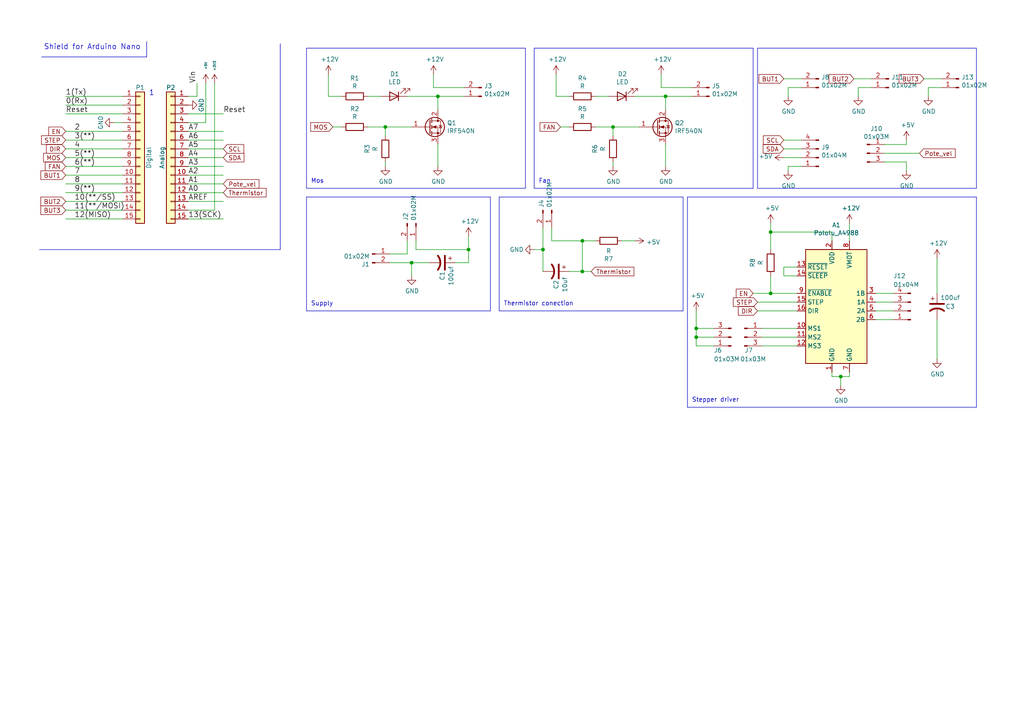
<source format=kicad_sch>
(kicad_sch (version 20230121) (generator eeschema)
  (paper "A4")
  (title_block (date "jeu. 02 avril 2015"))
  (lib_symbols
    (symbol "Connector_Generic:Conn_01x15" (pin_names (offset 1.016) hide)
      (property "Reference" "J" (at 0 20.32 0))
      (property "Value" "Conn_01x15" (at 0 -20.32 0))
      (symbol "Conn_01x15_1_1"
        (rectangle (start -1.27 -17.653) (end 0 -17.907) (stroke (width 0.1524)))
        (rectangle (start -1.27 -15.113) (end 0 -15.367) (stroke (width 0.1524)))
        (rectangle (start -1.27 -12.573) (end 0 -12.827) (stroke (width 0.1524)))
        (rectangle (start -1.27 -10.033) (end 0 -10.287) (stroke (width 0.1524)))
        (rectangle (start -1.27 -7.493) (end 0 -7.747) (stroke (width 0.1524)))
        (rectangle (start -1.27 -4.953) (end 0 -5.207) (stroke (width 0.1524)))
        (rectangle (start -1.27 -2.413) (end 0 -2.667) (stroke (width 0.1524)))
        (rectangle (start -1.27 0.127) (end 0 -0.127) (stroke (width 0.1524)))
        (rectangle (start -1.27 2.667) (end 0 2.413) (stroke (width 0.1524)))
        (rectangle (start -1.27 5.207) (end 0 4.953) (stroke (width 0.1524)))
        (rectangle (start -1.27 7.747) (end 0 7.493) (stroke (width 0.1524)))
        (rectangle (start -1.27 10.287) (end 0 10.033) (stroke (width 0.1524)))
        (rectangle (start -1.27 12.827) (end 0 12.573) (stroke (width 0.1524)))
        (rectangle (start -1.27 15.367) (end 0 15.113) (stroke (width 0.1524)))
        (rectangle (start -1.27 17.907) (end 0 17.653) (stroke (width 0.1524)))
        (rectangle (start -1.27 19.05) (end 1.27 -19.05) (stroke (width 0.254)) (fill (type background)))
        (pin passive line (at -5.08 17.78 0) (length 3.81) (name "Pin_1") (number "1"))
        (pin passive line (at -5.08 -5.08 0) (length 3.81) (name "Pin_10") (number "10"))
        (pin passive line (at -5.08 -7.62 0) (length 3.81) (name "Pin_11") (number "11"))
        (pin passive line (at -5.08 -10.16 0) (length 3.81) (name "Pin_12") (number "12"))
        (pin passive line (at -5.08 -12.7 0) (length 3.81) (name "Pin_13") (number "13"))
        (pin passive line (at -5.08 -15.24 0) (length 3.81) (name "Pin_14") (number "14"))
        (pin passive line (at -5.08 -17.78 0) (length 3.81) (name "Pin_15") (number "15"))
        (pin passive line (at -5.08 15.24 0) (length 3.81) (name "Pin_2") (number "2"))
        (pin passive line (at -5.08 12.7 0) (length 3.81) (name "Pin_3") (number "3"))
        (pin passive line (at -5.08 10.16 0) (length 3.81) (name "Pin_4") (number "4"))
        (pin passive line (at -5.08 7.62 0) (length 3.81) (name "Pin_5") (number "5"))
        (pin passive line (at -5.08 5.08 0) (length 3.81) (name "Pin_6") (number "6"))
        (pin passive line (at -5.08 2.54 0) (length 3.81) (name "Pin_7") (number "7"))
        (pin passive line (at -5.08 0 0) (length 3.81) (name "Pin_8") (number "8"))
        (pin passive line (at -5.08 -2.54 0) (length 3.81) (name "Pin_9") (number "9"))
      )
    )
    (symbol "Device:LED" (pin_numbers hide) (pin_names (offset 1.016) hide)
      (property "Reference" "D" (at 0 2.54 0))
      (property "Value" "LED" (at 0 -2.54 0))
      (symbol "LED_0_1"
        (polyline (pts (xy -1.27 -1.27) (xy -1.27 1.27)) (stroke (width 0.254)))
        (polyline (pts (xy -1.27 0) (xy 1.27 0)))
        (polyline (pts (xy 1.27 -1.27) (xy 1.27 1.27) (xy -1.27 0) (xy 1.27 -1.27)) (stroke (width 0.254)))
        (polyline (pts (xy -3.048 -0.762) (xy -4.572 -2.286) (xy -3.81 -2.286) (xy -4.572 -2.286) (xy -4.572 -1.524)))
        (polyline (pts (xy -1.778 -0.762) (xy -3.302 -2.286) (xy -2.54 -2.286) (xy -3.302 -2.286) (xy -3.302 -1.524)))
      )
      (symbol "LED_1_1"
        (pin passive line (at -3.81 0 0) (length 2.54) (name "K") (number "1"))
        (pin passive line (at 3.81 0 180) (length 2.54) (name "A") (number "2"))
      )
    )
    (symbol "Device:R" (pin_numbers hide) (pin_names (offset 0))
      (property "Reference" "R" (at 2.032 0 90))
      (property "Value" "R" (at 0 0 90))
      (symbol "R_0_1"
        (rectangle (start -1.016 -2.54) (end 1.016 2.54) (stroke (width 0.254)))
      )
      (symbol "R_1_1"
        (pin passive line (at 0 3.81 270) (length 1.27) (name "~") (number "1"))
        (pin passive line (at 0 -3.81 90) (length 1.27) (name "~") (number "2"))
      )
    )
    (symbol "Driver_Motor:Pololu_Breakout_A4988"
      (property "Reference" "A" (at -2.54 19.05 0))
      (property "Value" "Pololu_Breakout_A4988" (at -2.54 16.51 0))
      (symbol "Pololu_Breakout_A4988_0_1"
        (rectangle (start 10.16 -17.78) (end -7.62 15.24) (stroke (width 0.254)) (fill (type background)))
      )
      (symbol "Pololu_Breakout_A4988_1_1"
        (pin power_in line (at 0 -20.32 90) (length 2.54) (name "GND") (number "1"))
        (pin input line (at -10.16 -7.62 0) (length 2.54) (name "MS1") (number "10"))
        (pin input line (at -10.16 -10.16 0) (length 2.54) (name "MS2") (number "11"))
        (pin input line (at -10.16 -12.7 0) (length 2.54) (name "MS3") (number "12"))
        (pin input line (at -10.16 10.16 0) (length 2.54) (name "~{RESET}") (number "13"))
        (pin input line (at -10.16 7.62 0) (length 2.54) (name "~{SLEEP}") (number "14"))
        (pin input line (at -10.16 0 0) (length 2.54) (name "STEP") (number "15"))
        (pin input line (at -10.16 -2.54 0) (length 2.54) (name "DIR") (number "16"))
        (pin power_in line (at 0 17.78 270) (length 2.54) (name "VDD") (number "2"))
        (pin output line (at 12.7 2.54 180) (length 2.54) (name "1B") (number "3"))
        (pin output line (at 12.7 0 180) (length 2.54) (name "1A") (number "4"))
        (pin output line (at 12.7 -2.54 180) (length 2.54) (name "2A") (number "5"))
        (pin output line (at 12.7 -5.08 180) (length 2.54) (name "2B") (number "6"))
        (pin power_in line (at 5.08 -20.32 90) (length 2.54) (name "GND") (number "7"))
        (pin power_in line (at 5.08 17.78 270) (length 2.54) (name "VMOT") (number "8"))
        (pin input line (at -10.16 2.54 0) (length 2.54) (name "~{ENABLE}") (number "9"))
      )
    )
    (symbol "Transistor_FET:IRF540N" (pin_names hide)
      (property "Reference" "Q" (at 6.35 1.905 0))
      (property "Value" "IRF540N" (at 6.35 0 0))
      (symbol "IRF540N_0_1"
        (polyline (pts (xy 0.254 0) (xy -2.54 0)))
        (polyline (pts (xy 0.254 1.905) (xy 0.254 -1.905)) (stroke (width 0.254)))
        (polyline (pts (xy 0.762 -1.27) (xy 0.762 -2.286)) (stroke (width 0.254)))
        (polyline (pts (xy 0.762 0.508) (xy 0.762 -0.508)) (stroke (width 0.254)))
        (polyline (pts (xy 0.762 2.286) (xy 0.762 1.27)) (stroke (width 0.254)))
        (polyline (pts (xy 2.54 2.54) (xy 2.54 1.778)))
        (polyline (pts (xy 2.54 -2.54) (xy 2.54 0) (xy 0.762 0)))
        (polyline (pts (xy 0.762 -1.778) (xy 3.302 -1.778) (xy 3.302 1.778) (xy 0.762 1.778)))
        (polyline (pts (xy 1.016 0) (xy 2.032 0.381) (xy 2.032 -0.381) (xy 1.016 0)) (fill (type outline)))
        (polyline (pts (xy 2.794 0.508) (xy 2.921 0.381) (xy 3.683 0.381) (xy 3.81 0.254)))
        (polyline (pts (xy 3.302 0.381) (xy 2.921 -0.254) (xy 3.683 -0.254) (xy 3.302 0.381)))
        (circle (center 1.651 0) (radius 2.794) (stroke (width 0.254)))
        (circle (center 2.54 -1.778) (radius 0.254) (fill (type outline)))
        (circle (center 2.54 1.778) (radius 0.254) (fill (type outline)))
      )
      (symbol "IRF540N_1_1"
        (pin input line (at -5.08 0 0) (length 2.54) (name "G") (number "1"))
        (pin passive line (at 2.54 5.08 270) (length 2.54) (name "D") (number "2"))
        (pin passive line (at 2.54 -5.08 90) (length 2.54) (name "S") (number "3"))
      )
    )
    (symbol "filamento_pet-rescue:CP1-Device" (pin_numbers hide) (pin_names (offset 0.254) hide)
      (property "Reference" "C" (at 0.635 2.54 0))
      (property "Value" "Device_CP1" (at 0.635 -2.54 0))
      (symbol "CP1-Device_0_1"
        (polyline (pts (xy -2.032 0.762) (xy 2.032 0.762)) (stroke (width 0.508)))
        (polyline (pts (xy -1.778 2.286) (xy -0.762 2.286)))
        (polyline (pts (xy -1.27 1.778) (xy -1.27 2.794)))
        (arc (start 2.032 -1.27) (mid 0 -0.5572) (end -2.032 -1.27) (stroke (width 0.508)))
      )
      (symbol "CP1-Device_1_1"
        (pin passive line (at 0 3.81 270) (length 2.794) (name "~") (number "1"))
        (pin passive line (at 0 -3.81 90) (length 3.302) (name "~") (number "2"))
      )
    )
    (symbol "filamento_pet-rescue:Conn_01x02_Male-Connector" (pin_names (offset 1.016) hide)
      (property "Reference" "J" (at 0 2.54 0))
      (property "Value" "Connector_Conn_01x02_Male" (at 0 -5.08 0))
      (symbol "Conn_01x02_Male-Connector_1_1"
        (polyline (pts (xy 1.27 -2.54) (xy 0.8636 -2.54)) (stroke (width 0.1524)))
        (polyline (pts (xy 1.27 0) (xy 0.8636 0)) (stroke (width 0.1524)))
        (rectangle (start 0.8636 -2.413) (end 0 -2.667) (stroke (width 0.1524)) (fill (type outline)))
        (rectangle (start 0.8636 0.127) (end 0 -0.127) (stroke (width 0.1524)) (fill (type outline)))
        (pin passive line (at 5.08 0 180) (length 3.81) (name "Pin_1") (number "1"))
        (pin passive line (at 5.08 -2.54 180) (length 3.81) (name "Pin_2") (number "2"))
      )
    )
    (symbol "filamento_pet-rescue:Conn_01x03_Male-Connector" (pin_names (offset 1.016) hide)
      (property "Reference" "J" (at 0 5.08 0))
      (property "Value" "Connector_Conn_01x03_Male" (at 0 -5.08 0))
      (symbol "Conn_01x03_Male-Connector_1_1"
        (polyline (pts (xy 1.27 -2.54) (xy 0.8636 -2.54)) (stroke (width 0.1524)))
        (polyline (pts (xy 1.27 0) (xy 0.8636 0)) (stroke (width 0.1524)))
        (polyline (pts (xy 1.27 2.54) (xy 0.8636 2.54)) (stroke (width 0.1524)))
        (rectangle (start 0.8636 -2.413) (end 0 -2.667) (stroke (width 0.1524)) (fill (type outline)))
        (rectangle (start 0.8636 0.127) (end 0 -0.127) (stroke (width 0.1524)) (fill (type outline)))
        (rectangle (start 0.8636 2.667) (end 0 2.413) (stroke (width 0.1524)) (fill (type outline)))
        (pin passive line (at 5.08 2.54 180) (length 3.81) (name "Pin_1") (number "1"))
        (pin passive line (at 5.08 0 180) (length 3.81) (name "Pin_2") (number "2"))
        (pin passive line (at 5.08 -2.54 180) (length 3.81) (name "Pin_3") (number "3"))
      )
    )
    (symbol "filamento_pet-rescue:Conn_01x04_Male-Connector" (pin_names (offset 1.016) hide)
      (property "Reference" "J" (at 0 5.08 0))
      (property "Value" "Connector_Conn_01x04_Male" (at 0 -7.62 0))
      (symbol "Conn_01x04_Male-Connector_1_1"
        (polyline (pts (xy 1.27 -5.08) (xy 0.8636 -5.08)) (stroke (width 0.1524)))
        (polyline (pts (xy 1.27 -2.54) (xy 0.8636 -2.54)) (stroke (width 0.1524)))
        (polyline (pts (xy 1.27 0) (xy 0.8636 0)) (stroke (width 0.1524)))
        (polyline (pts (xy 1.27 2.54) (xy 0.8636 2.54)) (stroke (width 0.1524)))
        (rectangle (start 0.8636 -4.953) (end 0 -5.207) (stroke (width 0.1524)) (fill (type outline)))
        (rectangle (start 0.8636 -2.413) (end 0 -2.667) (stroke (width 0.1524)) (fill (type outline)))
        (rectangle (start 0.8636 0.127) (end 0 -0.127) (stroke (width 0.1524)) (fill (type outline)))
        (rectangle (start 0.8636 2.667) (end 0 2.413) (stroke (width 0.1524)) (fill (type outline)))
        (pin passive line (at 5.08 2.54 180) (length 3.81) (name "Pin_1") (number "1"))
        (pin passive line (at 5.08 0 180) (length 3.81) (name "Pin_2") (number "2"))
        (pin passive line (at 5.08 -2.54 180) (length 3.81) (name "Pin_3") (number "3"))
        (pin passive line (at 5.08 -5.08 180) (length 3.81) (name "Pin_4") (number "4"))
      )
    )
    (symbol "power:+12V" (power) (pin_names (offset 0))
      (property "Value" "+12V" (at 0 3.556 0))
      (symbol "+12V_0_1"
        (polyline (pts (xy -0.762 1.27) (xy 0 2.54)))
        (polyline (pts (xy 0 0) (xy 0 2.54)))
        (polyline (pts (xy 0 2.54) (xy 0.762 1.27)))
      )
      (symbol "+12V_1_1"
        (pin power_in line (at 0 0 90) (length 0) hide (name "+12V") (number "1"))
      )
    )
    (symbol "power:+3V3" (power) (pin_names (offset 0))
      (property "Value" "+3V3" (at 0 3.556 0))
      (symbol "+3V3_0_1"
        (polyline (pts (xy -0.762 1.27) (xy 0 2.54)))
        (polyline (pts (xy 0 0) (xy 0 2.54)))
        (polyline (pts (xy 0 2.54) (xy 0.762 1.27)))
      )
      (symbol "+3V3_1_1"
        (pin power_in line (at 0 0 90) (length 0) hide (name "+3V3") (number "1"))
      )
    )
    (symbol "power:+5V" (power) (pin_names (offset 0))
      (property "Value" "+5V" (at 0 3.556 0))
      (symbol "+5V_0_1"
        (polyline (pts (xy -0.762 1.27) (xy 0 2.54)))
        (polyline (pts (xy 0 0) (xy 0 2.54)))
        (polyline (pts (xy 0 2.54) (xy 0.762 1.27)))
      )
      (symbol "+5V_1_1"
        (pin power_in line (at 0 0 90) (length 0) hide (name "+5V") (number "1"))
      )
    )
    (symbol "power:GND" (power) (pin_names (offset 0))
      (property "Value" "GND" (at 0 -3.81 0))
      (symbol "GND_0_1"
        (polyline (pts (xy 0 0) (xy 0 -1.27) (xy 1.27 -1.27) (xy 0 -2.54) (xy -1.27 -1.27) (xy 0 -1.27)))
      )
      (symbol "GND_1_1"
        (pin power_in line (at 0 0 270) (length 0) hide (name "GND") (number "1"))
      )
    )
  )
  (junction (at 193.04 27.94))
  (junction (at 243.84 109.22))
  (junction (at 223.52 85.09))
  (junction (at 201.93 95.25))
  (junction (at 177.8 36.83))
  (junction (at 127 27.94))
  (junction (at 223.52 67.31))
  (junction (at 168.91 69.85))
  (junction (at 201.93 97.79))
  (junction (at 119.38 76.2))
  (junction (at 135.89 72.39))
  (junction (at 157.48 72.39))
  (junction (at 168.91 78.74))
  (junction (at 111.76 36.83))
  (wire (pts (xy 54.61 63.5) (xy 64.77 63.5)))
  (wire (pts (xy 232.41 25.4) (xy 228.6 25.4)))
  (polyline (pts (xy 219.71 54.61) (xy 219.71 13.97)))
  (wire (pts (xy 125.73 25.4) (xy 125.73 21.59)))
  (wire (pts (xy 165.1 27.94) (xy 161.29 27.94)))
  (wire (pts (xy 271.78 85.09) (xy 271.78 74.93)))
  (wire (pts (xy 35.56 55.88) (xy 19.05 55.88)))
  (wire (pts (xy 127 27.94) (xy 127 31.75)))
  (wire (pts (xy 54.61 45.72) (xy 64.77 45.72)))
  (wire (pts (xy 19.05 30.48) (xy 35.56 30.48)))
  (wire (pts (xy 254 85.09) (xy 259.08 85.09)))
  (wire (pts (xy 135.89 72.39) (xy 135.89 68.58)))
  (wire (pts (xy 111.76 39.37) (xy 111.76 36.83)))
  (wire (pts (xy 227.33 80.01) (xy 231.14 80.01)))
  (wire (pts (xy 168.91 78.74) (xy 168.91 69.85)))
  (wire (pts (xy 256.54 44.45) (xy 266.7 44.45)))
  (wire (pts (xy 220.98 97.79) (xy 231.14 97.79)))
  (wire (pts (xy 262.89 41.91) (xy 262.89 40.64)))
  (wire (pts (xy 165.1 78.74) (xy 168.91 78.74)))
  (wire (pts (xy 223.52 67.31) (xy 223.52 72.39)))
  (wire (pts (xy 227.33 22.86) (xy 232.41 22.86)))
  (polyline (pts (xy 199.39 118.11) (xy 199.39 57.15)))
  (wire (pts (xy 64.77 55.88) (xy 54.61 55.88)))
  (wire (pts (xy 111.76 46.99) (xy 111.76 48.26)))
  (wire (pts (xy 262.89 46.99) (xy 262.89 49.53)))
  (wire (pts (xy 201.93 97.79) (xy 201.93 100.33)))
  (wire (pts (xy 271.78 92.71) (xy 271.78 104.14)))
  (polyline (pts (xy 218.44 13.97) (xy 218.44 54.61)))
  (polyline (pts (xy 81.28 72.39) (xy 81.28 12.7)))
  (wire (pts (xy 160.02 69.85) (xy 168.91 69.85)))
  (wire (pts (xy 35.56 35.56) (xy 33.02 35.56)))
  (polyline (pts (xy 142.24 90.17) (xy 88.9 90.17)))
  (wire (pts (xy 96.52 36.83) (xy 99.06 36.83)))
  (wire (pts (xy 35.56 40.64) (xy 19.05 40.64)))
  (wire (pts (xy 220.98 95.25) (xy 231.14 95.25)))
  (wire (pts (xy 99.06 27.94) (xy 95.25 27.94)))
  (wire (pts (xy 201.93 95.25) (xy 207.01 95.25)))
  (wire (pts (xy 241.3 107.95) (xy 241.3 109.22)))
  (wire (pts (xy 243.84 109.22) (xy 246.38 109.22)))
  (wire (pts (xy 113.03 76.2) (xy 119.38 76.2)))
  (wire (pts (xy 135.89 76.2) (xy 135.89 72.39)))
  (wire (pts (xy 35.56 60.96) (xy 19.05 60.96)))
  (wire (pts (xy 177.8 39.37) (xy 177.8 36.83)))
  (wire (pts (xy 223.52 64.77) (xy 223.52 67.31)))
  (polyline (pts (xy 199.39 57.15) (xy 283.21 57.15)))
  (wire (pts (xy 35.56 33.02) (xy 19.05 33.02)))
  (wire (pts (xy 191.77 25.4) (xy 191.77 21.59)))
  (wire (pts (xy 168.91 78.74) (xy 171.45 78.74)))
  (polyline (pts (xy 88.9 57.15) (xy 142.24 57.15)))
  (polyline (pts (xy 88.9 54.61) (xy 88.9 13.97)))
  (wire (pts (xy 247.65 22.86) (xy 252.73 22.86)))
  (wire (pts (xy 54.61 27.94) (xy 57.15 27.94)))
  (wire (pts (xy 19.05 48.26) (xy 35.56 48.26)))
  (wire (pts (xy 184.15 27.94) (xy 193.04 27.94)))
  (polyline (pts (xy 81.28 72.39) (xy 11.43 72.39)))
  (wire (pts (xy 132.08 76.2) (xy 135.89 76.2)))
  (polyline (pts (xy 154.94 54.61) (xy 154.94 13.97)))
  (wire (pts (xy 106.68 36.83) (xy 111.76 36.83)))
  (wire (pts (xy 64.77 58.42) (xy 54.61 58.42)))
  (wire (pts (xy 62.23 60.96) (xy 54.61 60.96)))
  (wire (pts (xy 19.05 43.18) (xy 35.56 43.18)))
  (wire (pts (xy 201.93 90.17) (xy 201.93 95.25)))
  (wire (pts (xy 120.65 72.39) (xy 135.89 72.39)))
  (polyline (pts (xy 142.24 57.15) (xy 142.24 90.17)))
  (wire (pts (xy 256.54 41.91) (xy 262.89 41.91)))
  (wire (pts (xy 180.34 69.85) (xy 184.15 69.85)))
  (wire (pts (xy 119.38 80.01) (xy 119.38 76.2)))
  (wire (pts (xy 246.38 64.77) (xy 246.38 69.85)))
  (wire (pts (xy 201.93 95.25) (xy 201.93 97.79)))
  (wire (pts (xy 35.56 50.8) (xy 19.05 50.8)))
  (wire (pts (xy 160.02 66.04) (xy 160.02 69.85)))
  (polyline (pts (xy 283.21 13.97) (xy 283.21 54.61)))
  (polyline (pts (xy 88.9 13.97) (xy 152.4 13.97)))
  (wire (pts (xy 110.49 27.94) (xy 106.68 27.94)))
  (wire (pts (xy 246.38 109.22) (xy 246.38 107.95)))
  (wire (pts (xy 54.61 38.1) (xy 64.77 38.1)))
  (wire (pts (xy 254 87.63) (xy 259.08 87.63)))
  (wire (pts (xy 243.84 109.22) (xy 243.84 111.76)))
  (wire (pts (xy 64.77 48.26) (xy 54.61 48.26)))
  (wire (pts (xy 127 27.94) (xy 134.62 27.94)))
  (wire (pts (xy 193.04 27.94) (xy 193.04 31.75)))
  (wire (pts (xy 228.6 48.26) (xy 228.6 49.53)))
  (polyline (pts (xy 219.71 13.97) (xy 283.21 13.97)))
  (wire (pts (xy 219.71 90.17) (xy 231.14 90.17)))
  (wire (pts (xy 64.77 33.02) (xy 54.61 33.02)))
  (wire (pts (xy 227.33 77.47) (xy 227.33 80.01)))
  (wire (pts (xy 248.92 27.94) (xy 248.92 25.4)))
  (wire (pts (xy 176.53 27.94) (xy 172.72 27.94)))
  (wire (pts (xy 157.48 72.39) (xy 157.48 78.74)))
  (wire (pts (xy 228.6 25.4) (xy 228.6 27.94)))
  (wire (pts (xy 232.41 48.26) (xy 228.6 48.26)))
  (wire (pts (xy 193.04 27.94) (xy 200.66 27.94)))
  (wire (pts (xy 162.56 36.83) (xy 165.1 36.83)))
  (wire (pts (xy 168.91 69.85) (xy 172.72 69.85)))
  (polyline (pts (xy 198.12 90.17) (xy 144.78 90.17)))
  (wire (pts (xy 200.66 25.4) (xy 191.77 25.4)))
  (wire (pts (xy 201.93 97.79) (xy 207.01 97.79)))
  (wire (pts (xy 64.77 43.18) (xy 54.61 43.18)))
  (wire (pts (xy 193.04 41.91) (xy 193.04 48.26)))
  (wire (pts (xy 269.24 25.4) (xy 273.05 25.4)))
  (wire (pts (xy 219.71 87.63) (xy 231.14 87.63)))
  (wire (pts (xy 269.24 27.94) (xy 269.24 25.4)))
  (wire (pts (xy 161.29 27.94) (xy 161.29 21.59)))
  (wire (pts (xy 111.76 36.83) (xy 119.38 36.83)))
  (polyline (pts (xy 154.94 13.97) (xy 218.44 13.97)))
  (wire (pts (xy 227.33 40.64) (xy 232.41 40.64)))
  (wire (pts (xy 64.77 40.64) (xy 54.61 40.64)))
  (polyline (pts (xy 152.4 54.61) (xy 88.9 54.61)))
  (wire (pts (xy 113.03 73.66) (xy 118.11 73.66)))
  (wire (pts (xy 119.38 76.2) (xy 124.46 76.2)))
  (wire (pts (xy 59.69 24.13) (xy 59.69 35.56)))
  (wire (pts (xy 254 92.71) (xy 259.08 92.71)))
  (wire (pts (xy 248.92 25.4) (xy 252.73 25.4)))
  (wire (pts (xy 154.94 72.39) (xy 157.48 72.39)))
  (wire (pts (xy 127 41.91) (xy 127 48.26)))
  (wire (pts (xy 134.62 25.4) (xy 125.73 25.4)))
  (polyline (pts (xy 88.9 90.17) (xy 88.9 57.15)))
  (wire (pts (xy 19.05 53.34) (xy 35.56 53.34)))
  (polyline (pts (xy 42.545 16.51) (xy 42.545 12.065)))
  (wire (pts (xy 118.11 73.66) (xy 118.11 69.85)))
  (polyline (pts (xy 144.78 90.17) (xy 144.78 57.15)))
  (wire (pts (xy 59.69 35.56) (xy 54.61 35.56)))
  (wire (pts (xy 231.14 77.47) (xy 227.33 77.47)))
  (wire (pts (xy 157.48 66.04) (xy 157.48 72.39)))
  (wire (pts (xy 62.23 60.96) (xy 62.23 24.13)))
  (polyline (pts (xy 283.21 118.11) (xy 199.39 118.11)))
  (wire (pts (xy 54.61 53.34) (xy 64.77 53.34)))
  (wire (pts (xy 19.05 63.5) (xy 35.56 63.5)))
  (wire (pts (xy 223.52 80.01) (xy 223.52 85.09)))
  (polyline (pts (xy 283.21 57.15) (xy 283.21 118.11)))
  (wire (pts (xy 177.8 36.83) (xy 185.42 36.83)))
  (polyline (pts (xy 152.4 13.97) (xy 152.4 54.61)))
  (polyline (pts (xy 218.44 54.61) (xy 154.94 54.61)))
  (wire (pts (xy 241.3 109.22) (xy 243.84 109.22)))
  (wire (pts (xy 254 90.17) (xy 259.08 90.17)))
  (wire (pts (xy 120.65 69.85) (xy 120.65 72.39)))
  (wire (pts (xy 95.25 27.94) (xy 95.25 21.59)))
  (wire (pts (xy 118.11 27.94) (xy 127 27.94)))
  (wire (pts (xy 227.33 45.72) (xy 232.41 45.72)))
  (wire (pts (xy 57.15 27.94) (xy 57.15 24.13)))
  (wire (pts (xy 177.8 46.99) (xy 177.8 48.26)))
  (wire (pts (xy 220.98 100.33) (xy 231.14 100.33)))
  (wire (pts (xy 223.52 85.09) (xy 231.14 85.09)))
  (wire (pts (xy 64.77 50.8) (xy 54.61 50.8)))
  (wire (pts (xy 172.72 36.83) (xy 177.8 36.83)))
  (polyline (pts (xy 198.12 57.15) (xy 198.12 90.17)))
  (polyline (pts (xy 144.78 57.15) (xy 198.12 57.15)))
  (wire (pts (xy 19.05 58.42) (xy 35.56 58.42)))
  (polyline (pts (xy 12.065 16.51) (xy 42.545 16.51)))
  (wire (pts (xy 241.3 69.85) (xy 241.3 67.31)))
  (wire (pts (xy 241.3 67.31) (xy 223.52 67.31)))
  (wire (pts (xy 35.56 27.94) (xy 19.05 27.94)))
  (polyline (pts (xy 283.21 54.61) (xy 219.71 54.61)))
  (wire (pts (xy 232.41 43.18) (xy 227.33 43.18)))
  (wire (pts (xy 35.56 45.72) (xy 19.05 45.72)))
  (wire (pts (xy 201.93 100.33) (xy 207.01 100.33)))
  (wire (pts (xy 267.97 22.86) (xy 273.05 22.86)))
  (wire (pts (xy 19.05 38.1) (xy 35.56 38.1)))
  (wire (pts (xy 218.44 85.09) (xy 223.52 85.09)))
  (wire (pts (xy 256.54 46.99) (xy 262.89 46.99)))
  (text "Fan" (at 156.21 53.34 0) (effects (font (size 1.27 1.27)) (justify left bottom)))
  (text "Stepper driver" (at 200.66 116.84 0) (effects (font (size 1.27 1.27)) (justify left bottom)))
  (text "Supply" (at 90.17 88.9 0) (effects (font (size 1.27 1.27)) (justify left bottom)))
  (text "Shield for Arduino Nano" (at 12.7 14.605 0) (effects (font (size 1.524 1.524)) (justify left bottom)))
  (text "Mos" (at 90.17 53.34 0) (effects (font (size 1.27 1.27)) (justify left bottom)))
  (text "1" (at 43.18 27.94 0) (effects (font (size 1.524 1.524)) (justify left bottom)))
  (text "Thermistor conection\n" (at 146.05 88.9 0) (effects (font (size 1.27 1.27)) (justify left bottom)))
  (label "3(**)" (at 21.59 40.64 0) (effects (font (size 1.524 1.524))))
  (label "A1" (at 54.61 53.34 0) (effects (font (size 1.524 1.524))))
  (label "A4" (at 54.61 45.72 0) (effects (font (size 1.524 1.524))))
  (label "A3" (at 54.61 48.26 0) (effects (font (size 1.524 1.524))))
  (label "10(**/SS)" (at 21.59 58.42 0) (effects (font (size 1.524 1.524))))
  (label "Vin" (at 57.15 24.13 90) (effects (font (size 1.524 1.524))))
  (label "0(Rx)" (at 19.05 30.48 0) (effects (font (size 1.524 1.524))))
  (label "Reset" (at 64.77 33.02 0) (effects (font (size 1.524 1.524))))
  (label "6(**)" (at 21.59 48.26 0) (effects (font (size 1.524 1.524))))
  (label "8" (at 21.59 53.34 0) (effects (font (size 1.524 1.524))))
  (label "13(SCK)" (at 54.61 63.5 0) (effects (font (size 1.524 1.524))))
  (label "A6" (at 54.61 40.64 0) (effects (font (size 1.524 1.524))))
  (label "Reset" (at 19.05 33.02 0) (effects (font (size 1.524 1.524))))
  (label "5(**)" (at 21.59 45.72 0) (effects (font (size 1.524 1.524))))
  (label "A2" (at 54.61 50.8 0) (effects (font (size 1.524 1.524))))
  (label "12(MISO)" (at 21.59 63.5 0) (effects (font (size 1.524 1.524))))
  (label "4" (at 21.59 43.18 0) (effects (font (size 1.524 1.524))))
  (label "7" (at 21.59 50.8 0) (effects (font (size 1.524 1.524))))
  (label "11(**/MOSI)" (at 21.59 60.96 0) (effects (font (size 1.524 1.524))))
  (label "A7" (at 54.61 38.1 0) (effects (font (size 1.524 1.524))))
  (label "9(**)" (at 21.59 55.88 0) (effects (font (size 1.524 1.524))))
  (label "AREF" (at 54.61 58.42 0) (effects (font (size 1.524 1.524))))
  (label "2" (at 21.59 38.1 0) (effects (font (size 1.524 1.524))))
  (label "1(Tx)" (at 19.05 27.94 0) (effects (font (size 1.524 1.524))))
  (label "A0" (at 54.61 55.88 0) (effects (font (size 1.524 1.524))))
  (label "A5" (at 54.61 43.18 0) (effects (font (size 1.524 1.524))))
  (global_label "Pote_vel" (shape input) (at 266.7 44.45 0) (property "Intersheetrefs" "${INTERSHEET_REFS}" (effects hide)))
  (global_label "SCL" (shape input) (at 64.77 43.18 0) (property "Intersheetrefs" "${INTERSHEET_REFS}" (effects hide)))
  (global_label "BUT2" (shape input) (at 247.65 22.86 180) (property "Intersheetrefs" "${INTERSHEET_REFS}" (effects hide)))
  (global_label "BUT3" (shape input) (at 19.05 60.96 180) (property "Intersheetrefs" "${INTERSHEET_REFS}" (effects hide)))
  (global_label "STEP" (shape input) (at 19.05 40.64 180) (property "Intersheetrefs" "${INTERSHEET_REFS}" (effects hide)))
  (global_label "BUT1" (shape input) (at 19.05 50.8 180) (property "Intersheetrefs" "${INTERSHEET_REFS}" (effects hide)))
  (global_label "FAN" (shape input) (at 19.05 48.26 180) (property "Intersheetrefs" "${INTERSHEET_REFS}" (effects hide)))
  (global_label "BUT2" (shape input) (at 19.05 58.42 180) (property "Intersheetrefs" "${INTERSHEET_REFS}" (effects hide)))
  (global_label "SDA" (shape input) (at 227.33 43.18 180) (property "Intersheetrefs" "${INTERSHEET_REFS}" (effects hide)))
  (global_label "BUT1" (shape input) (at 227.33 22.86 180) (property "Intersheetrefs" "${INTERSHEET_REFS}" (effects hide)))
  (global_label "DIR" (shape input) (at 219.71 90.17 180) (property "Intersheetrefs" "${INTERSHEET_REFS}" (effects hide)))
  (global_label "MOS" (shape input) (at 19.05 45.72 180) (property "Intersheetrefs" "${INTERSHEET_REFS}" (effects hide)))
  (global_label "Thermistor" (shape input) (at 171.45 78.74 0) (property "Intersheetrefs" "${INTERSHEET_REFS}" (effects hide)))
  (global_label "SCL" (shape input) (at 227.33 40.64 180) (property "Intersheetrefs" "${INTERSHEET_REFS}" (effects hide)))
  (global_label "FAN" (shape input) (at 162.56 36.83 180) (property "Intersheetrefs" "${INTERSHEET_REFS}" (effects hide)))
  (global_label "EN" (shape input) (at 218.44 85.09 180) (property "Intersheetrefs" "${INTERSHEET_REFS}" (effects hide)))
  (global_label "STEP" (shape input) (at 219.71 87.63 180) (property "Intersheetrefs" "${INTERSHEET_REFS}" (effects hide)))
  (global_label "MOS" (shape input) (at 96.52 36.83 180) (property "Intersheetrefs" "${INTERSHEET_REFS}" (effects hide)))
  (global_label "SDA" (shape input) (at 64.77 45.72 0) (property "Intersheetrefs" "${INTERSHEET_REFS}" (effects hide)))
  (global_label "DIR" (shape input) (at 19.05 43.18 180) (property "Intersheetrefs" "${INTERSHEET_REFS}" (effects hide)))
  (global_label "Thermistor" (shape input) (at 64.77 55.88 0) (property "Intersheetrefs" "${INTERSHEET_REFS}" (effects hide)))
  (global_label "Pote_vel" (shape input) (at 64.77 53.34 0) (property "Intersheetrefs" "${INTERSHEET_REFS}" (effects hide)))
  (global_label "BUT3" (shape input) (at 267.97 22.86 180) (property "Intersheetrefs" "${INTERSHEET_REFS}" (effects hide)))
  (global_label "EN" (shape input) (at 19.05 38.1 180) (property "Intersheetrefs" "${INTERSHEET_REFS}" (effects hide)))
  (symbol (lib_id "Connector_Generic:Conn_01x15") (at 40.64 45.72 0) (unit 1)
    (property "Reference" "P1" (at 40.64 25.4 0))
    (property "Value" "Digital" (at 43.18 45.72 90))
    (property "Footprint" "Connector_PinHeader_2.54mm:PinHeader_1x16_P2.54mm_Vertical" (effects hide))
  )
  (symbol (lib_id "Connector_Generic:Conn_01x15") (at 49.53 45.72 0) (mirror y) (unit 1)
    (property "Reference" "P2" (at 49.53 25.4 0))
    (property "Value" "Analog" (at 46.99 45.72 90))
    (property "Footprint" "Connector_PinHeader_2.54mm:PinHeader_1x16_P2.54mm_Vertical" (effects hide))
  )
  (symbol (lib_id "power:GND") (at 33.02 35.56 270) (unit 1)
    (property "Reference" "#PWR01" (effects hide))
    (property "Value" "GND" (at 29.21 35.56 0))
  )
  (symbol (lib_id "power:GND") (at 54.61 30.48 90) (unit 1)
    (property "Reference" "#PWR02" (effects hide))
    (property "Value" "GND" (at 58.42 30.48 0))
  )
  (symbol (lib_id "power:+5V") (at 59.69 24.13 0) (unit 1)
    (property "Reference" "#PWR03" (effects hide))
    (property "Value" "+5V" (at 59.69 19.05 90) (effects (font (size 0.7112 0.7112))))
  )
  (symbol (lib_id "power:+3V3") (at 62.23 24.13 0) (unit 1)
    (property "Reference" "#PWR04" (effects hide))
    (property "Value" "+3.3V" (at 62.23 19.05 90) (effects (font (size 0.7112 0.7112))))
  )
  (symbol (lib_id "power:+12V") (at 135.89 68.58 0) (unit 1)
    (property "Reference" "#PWR0124" (effects hide))
    (property "Value" "+12V" (at 136.271 64.1858 0))
  )
  (symbol (lib_id "power:GND") (at 119.38 80.01 0) (unit 1)
    (property "Reference" "#PWR0125" (effects hide))
    (property "Value" "GND" (at 119.507 84.4042 0))
  )
  (symbol (lib_id "power:GND") (at 154.94 72.39 270) (unit 1)
    (property "Reference" "#PWR0114" (effects hide))
    (property "Value" "GND" (at 149.86 72.39 90))
  )
  (symbol (lib_id "Transistor_FET:IRF540N") (at 124.46 36.83 0) (unit 1)
    (property "Reference" "Q1" (at 129.6416 35.6616 0) (effects (justify left)))
    (property "Value" "IRF540N" (at 129.6416 37.973 0) (effects (justify left)))
    (property "Footprint" "Package_TO_SOT_THT:TO-220-3_Vertical" (effects hide))
    (property "Datasheet" "http://www.irf.com/product-info/datasheets/data/irf540n.pdf" (effects hide))
  )
  (symbol (lib_id "power:+5V") (at 184.15 69.85 270) (unit 1)
    (property "Reference" "#PWR0111" (effects hide))
    (property "Value" "+5V" (at 187.4012 70.231 90) (effects (justify left)))
  )
  (symbol (lib_id "Device:LED") (at 114.3 27.94 180) (unit 1)
    (property "Reference" "D1" (at 114.4778 21.463 0))
    (property "Value" "LED" (at 114.4778 23.7744 0))
    (property "Footprint" "LED_THT:LED_D5.0mm" (effects hide))
  )
  (symbol (lib_id "power:+12V") (at 95.25 21.59 0) (unit 1)
    (property "Reference" "#PWR0121" (effects hide))
    (property "Value" "+12V" (at 95.631 17.1958 0))
  )
  (symbol (lib_id "power:+12V") (at 125.73 21.59 0) (unit 1)
    (property "Reference" "#PWR0122" (effects hide))
    (property "Value" "+12V" (at 126.111 17.1958 0))
  )
  (symbol (lib_id "power:GND") (at 127 48.26 0) (unit 1)
    (property "Reference" "#PWR0123" (effects hide))
    (property "Value" "GND" (at 127.127 52.6542 0))
  )
  (symbol (lib_id "power:GND") (at 111.76 48.26 0) (unit 1)
    (property "Reference" "#PWR0120" (effects hide))
    (property "Value" "GND" (at 111.887 52.6542 0))
  )
  (symbol (lib_id "Transistor_FET:IRF540N") (at 190.5 36.83 0) (unit 1)
    (property "Reference" "Q2" (at 195.6816 35.6616 0) (effects (justify left)))
    (property "Value" "IRF540N" (at 195.6816 37.973 0) (effects (justify left)))
    (property "Footprint" "Package_TO_SOT_THT:TO-220-3_Vertical" (effects hide))
    (property "Datasheet" "http://www.irf.com/product-info/datasheets/data/irf540n.pdf" (effects hide))
  )
  (symbol (lib_id "Device:LED") (at 180.34 27.94 180) (unit 1)
    (property "Reference" "D2" (at 180.5178 21.463 0))
    (property "Value" "LED" (at 180.5178 23.7744 0))
    (property "Footprint" "LED_THT:LED_D5.0mm" (effects hide))
  )
  (symbol (lib_id "Device:R") (at 168.91 27.94 270) (unit 1)
    (property "Reference" "R4" (at 168.91 22.6822 90))
    (property "Value" "R" (at 168.91 24.9936 90))
    (property "Footprint" "Resistor_THT:R_Axial_DIN0204_L3.6mm_D1.6mm_P7.62mm_Horizontal" (effects hide))
  )
  (symbol (lib_id "power:+12V") (at 161.29 21.59 0) (unit 1)
    (property "Reference" "#PWR0105" (effects hide))
    (property "Value" "+12V" (at 161.671 17.1958 0))
  )
  (symbol (lib_id "power:+12V") (at 191.77 21.59 0) (unit 1)
    (property "Reference" "#PWR0115" (effects hide))
    (property "Value" "+12V" (at 192.151 17.1958 0))
  )
  (symbol (lib_id "power:GND") (at 193.04 48.26 0) (unit 1)
    (property "Reference" "#PWR0116" (effects hide))
    (property "Value" "GND" (at 193.167 52.6542 0))
  )
  (symbol (lib_id "power:GND") (at 177.8 48.26 0) (unit 1)
    (property "Reference" "#PWR0106" (effects hide))
    (property "Value" "GND" (at 177.927 52.6542 0))
  )
  (symbol (lib_id "Driver_Motor:Pololu_Breakout_A4988") (at 241.3 87.63 0) (unit 1)
    (property "Reference" "A1" (at 242.57 65.2526 0))
    (property "Value" "Pololu_A4988" (at 242.57 67.564 0))
    (property "Footprint" "Module:Pololu_Breakout-16_15.2x20.3mm" (effects hide))
    (property "Datasheet" "https://www.pololu.com/product/2980/pictures" (effects hide))
  )
  (symbol (lib_id "power:GND") (at 243.84 111.76 0) (unit 1)
    (property "Reference" "#PWR0101" (effects hide))
    (property "Value" "GND" (at 243.967 116.1542 0))
  )
  (symbol (lib_id "filamento_pet-rescue:Conn_01x02_Male-Connector") (at 139.7 27.94 180) (unit 1)
    (property "Reference" "J3" (at 140.4112 24.9428 0) (effects (justify right)))
    (property "Value" "01x02M" (at 140.4112 27.2542 0) (effects (justify right)))
    (property "Footprint" "TerminalBlock_4Ucon:TerminalBlock_4Ucon_1x02_P3.50mm_Horizontal" (effects hide))
  )
  (symbol (lib_id "filamento_pet-rescue:CP1-Device") (at 271.78 88.9 0) (unit 1)
    (property "Reference" "C3" (at 275.59 88.9 0))
    (property "Value" "100uf" (at 275.59 86.36 0))
    (property "Footprint" "Capacitor_THT:CP_Radial_D8.0mm_P3.50mm" (effects hide))
  )
  (symbol (lib_id "power:GND") (at 271.78 104.14 0) (unit 1)
    (property "Reference" "#PWR0102" (effects hide))
    (property "Value" "GND" (at 271.907 108.5342 0))
  )
  (symbol (lib_id "power:+12V") (at 271.78 74.93 0) (unit 1)
    (property "Reference" "#PWR0103" (effects hide))
    (property "Value" "+12V" (at 272.161 70.5358 0))
  )
  (symbol (lib_id "power:+12V") (at 246.38 64.77 0) (unit 1)
    (property "Reference" "#PWR0104" (effects hide))
    (property "Value" "+12V" (at 246.761 60.3758 0))
  )
  (symbol (lib_id "filamento_pet-rescue:Conn_01x04_Male-Connector") (at 264.16 90.17 180) (unit 1)
    (property "Reference" "J12" (at 259.08 80.01 0) (effects (justify right)))
    (property "Value" "01x04M" (at 259.08 82.55 0) (effects (justify right)))
    (property "Footprint" "Connector_PinHeader_2.54mm:PinHeader_1x04_P2.54mm_Vertical" (effects hide))
  )
  (symbol (lib_id "power:+5V") (at 223.52 64.77 0) (unit 1)
    (property "Reference" "#PWR0113" (effects hide))
    (property "Value" "+5V" (at 223.901 60.3758 0))
  )
  (symbol (lib_id "power:+5V") (at 201.93 90.17 0) (unit 1)
    (property "Reference" "#PWR0112" (effects hide))
    (property "Value" "+5V" (at 202.311 85.7758 0))
  )
  (symbol (lib_id "filamento_pet-rescue:Conn_01x03_Male-Connector") (at 215.9 97.79 0) (unit 1)
    (property "Reference" "J7" (at 217.17 101.6 0))
    (property "Value" "01x03M" (at 218.44 104.14 0))
    (property "Footprint" "Connector_PinHeader_2.54mm:PinHeader_1x03_P2.54mm_Vertical" (effects hide))
  )
  (symbol (lib_id "filamento_pet-rescue:Conn_01x03_Male-Connector") (at 212.09 97.79 180) (unit 1)
    (property "Reference" "J6" (at 207.01 101.6 0) (effects (justify right)))
    (property "Value" "01x03M" (at 207.01 104.14 0) (effects (justify right)))
    (property "Footprint" "Connector_PinHeader_2.54mm:PinHeader_1x03_P2.54mm_Vertical" (effects hide))
  )
  (symbol (lib_id "filamento_pet-rescue:Conn_01x04_Male-Connector") (at 237.49 45.72 180) (unit 1)
    (property "Reference" "J9" (at 238.2012 42.7228 0) (effects (justify right)))
    (property "Value" "01x04M" (at 238.2012 45.0342 0) (effects (justify right)))
    (property "Footprint" "Connector_PinHeader_2.54mm:PinHeader_1x04_P2.54mm_Vertical" (effects hide))
  )
  (symbol (lib_id "power:GND") (at 228.6 27.94 0) (unit 1)
    (property "Reference" "#PWR0117" (effects hide))
    (property "Value" "GND" (at 228.727 32.3342 0))
  )
  (symbol (lib_id "power:GND") (at 248.92 27.94 0) (unit 1)
    (property "Reference" "#PWR0108" (effects hide))
    (property "Value" "GND" (at 249.047 32.3342 0))
  )
  (symbol (lib_id "power:GND") (at 269.24 27.94 0) (unit 1)
    (property "Reference" "#PWR0109" (effects hide))
    (property "Value" "GND" (at 269.367 32.3342 0))
  )
  (symbol (lib_id "power:GND") (at 228.6 49.53 0) (unit 1)
    (property "Reference" "#PWR0118" (effects hide))
    (property "Value" "GND" (at 228.727 53.9242 0))
  )
  (symbol (lib_id "power:+5V") (at 227.33 45.72 90) (unit 1)
    (property "Reference" "#PWR0119" (effects hide))
    (property "Value" "+5V" (at 224.0788 45.339 90) (effects (justify left)))
  )
  (symbol (lib_id "filamento_pet-rescue:Conn_01x03_Male-Connector") (at 251.46 44.45 0) (unit 1)
    (property "Reference" "J10" (at 254.2032 37.3126 0))
    (property "Value" "01x03M" (at 254.2032 39.624 0))
    (property "Footprint" "Connector_PinHeader_2.54mm:PinHeader_1x03_P2.54mm_Vertical" (effects hide))
  )
  (symbol (lib_id "power:+5V") (at 262.89 40.64 0) (unit 1)
    (property "Reference" "#PWR0107" (effects hide))
    (property "Value" "+5V" (at 263.271 36.2458 0))
  )
  (symbol (lib_id "power:GND") (at 262.89 49.53 0) (unit 1)
    (property "Reference" "#PWR0110" (effects hide))
    (property "Value" "GND" (at 263.017 53.9242 0))
  )
  (symbol (lib_id "filamento_pet-rescue:Conn_01x02_Male-Connector") (at 257.81 25.4 180) (unit 1)
    (property "Reference" "J11" (at 258.5212 22.4028 0) (effects (justify right)))
    (property "Value" "01x02M" (at 258.5212 24.7142 0) (effects (justify right)))
    (property "Footprint" "TerminalBlock_4Ucon:TerminalBlock_4Ucon_1x02_P3.50mm_Horizontal" (effects hide))
  )
  (symbol (lib_id "filamento_pet-rescue:Conn_01x02_Male-Connector") (at 237.49 25.4 180) (unit 1)
    (property "Reference" "J8" (at 238.2012 22.4028 0) (effects (justify right)))
    (property "Value" "01x02M" (at 238.2012 24.7142 0) (effects (justify right)))
    (property "Footprint" "TerminalBlock_4Ucon:TerminalBlock_4Ucon_1x02_P3.50mm_Horizontal" (effects hide))
  )
  (symbol (lib_id "filamento_pet-rescue:CP1-Device") (at 161.29 78.74 270) (unit 1)
    (property "Reference" "C2" (at 161.29 82.55 0))
    (property "Value" "10uf" (at 163.83 82.55 0))
    (property "Footprint" "Capacitor_THT:CP_Radial_D8.0mm_P3.50mm" (effects hide))
  )
  (symbol (lib_id "Device:R") (at 168.91 36.83 270) (unit 1)
    (property "Reference" "R5" (at 168.91 31.5722 90))
    (property "Value" "R" (at 168.91 33.8836 90))
    (property "Footprint" "Resistor_THT:R_Axial_DIN0204_L3.6mm_D1.6mm_P7.62mm_Horizontal" (effects hide))
  )
  (symbol (lib_id "filamento_pet-rescue:CP1-Device") (at 128.27 76.2 270) (unit 1)
    (property "Reference" "C1" (at 128.27 80.01 0))
    (property "Value" "100uf" (at 130.81 80.01 0))
    (property "Footprint" "Capacitor_THT:CP_Radial_D8.0mm_P3.50mm" (effects hide))
  )
  (symbol (lib_id "Device:R") (at 223.52 76.2 0) (unit 1)
    (property "Reference" "R8" (at 218.2622 76.2 90))
    (property "Value" "R" (at 220.5736 76.2 90))
    (property "Footprint" "Resistor_THT:R_Axial_DIN0204_L3.6mm_D1.6mm_P7.62mm_Horizontal" (effects hide))
  )
  (symbol (lib_id "Device:R") (at 177.8 43.18 0) (unit 1)
    (property "Reference" "R6" (at 172.5422 43.18 90))
    (property "Value" "R" (at 174.8536 43.18 90))
    (property "Footprint" "Resistor_THT:R_Axial_DIN0204_L3.6mm_D1.6mm_P7.62mm_Horizontal" (effects hide))
  )
  (symbol (lib_id "filamento_pet-rescue:Conn_01x02_Male-Connector") (at 107.95 73.66 0) (unit 1)
    (property "Reference" "J1" (at 107.2388 76.6572 0) (effects (justify right)))
    (property "Value" "01x02M" (at 107.2388 74.3458 0) (effects (justify right)))
    (property "Footprint" "TerminalBlock_4Ucon:TerminalBlock_4Ucon_1x02_P3.50mm_Horizontal" (effects hide))
  )
  (symbol (lib_id "filamento_pet-rescue:Conn_01x02_Male-Connector") (at 278.13 25.4 180) (unit 1)
    (property "Reference" "J13" (at 278.8412 22.4028 0) (effects (justify right)))
    (property "Value" "01x02M" (at 278.8412 24.7142 0) (effects (justify right)))
    (property "Footprint" "TerminalBlock_4Ucon:TerminalBlock_4Ucon_1x02_P3.50mm_Horizontal" (effects hide))
  )
  (symbol (lib_id "Device:R") (at 176.53 69.85 90) (unit 1)
    (property "Reference" "R7" (at 176.53 75.1078 90))
    (property "Value" "R" (at 176.53 72.7964 90))
    (property "Footprint" "Resistor_THT:R_Axial_DIN0204_L3.6mm_D1.6mm_P7.62mm_Horizontal" (effects hide))
  )
  (symbol (lib_id "filamento_pet-rescue:Conn_01x02_Male-Connector") (at 205.74 27.94 180) (unit 1)
    (property "Reference" "J5" (at 206.4512 24.9428 0) (effects (justify right)))
    (property "Value" "01x02M" (at 206.4512 27.2542 0) (effects (justify right)))
    (property "Footprint" "TerminalBlock_4Ucon:TerminalBlock_4Ucon_1x02_P3.50mm_Horizontal" (effects hide))
  )
  (symbol (lib_id "Device:R") (at 102.87 27.94 270) (unit 1)
    (property "Reference" "R1" (at 102.87 22.6822 90))
    (property "Value" "R" (at 102.87 24.9936 90))
    (property "Footprint" "Resistor_THT:R_Axial_DIN0204_L3.6mm_D1.6mm_P7.62mm_Horizontal" (effects hide))
  )
  (symbol (lib_id "Device:R") (at 102.87 36.83 270) (unit 1)
    (property "Reference" "R2" (at 102.87 31.5722 90))
    (property "Value" "R" (at 102.87 33.8836 90))
    (property "Footprint" "Resistor_THT:R_Axial_DIN0204_L3.6mm_D1.6mm_P7.62mm_Horizontal" (effects hide))
  )
  (symbol (lib_id "filamento_pet-rescue:Conn_01x02_Male-Connector") (at 160.02 60.96 270) (unit 1)
    (property "Reference" "J4" (at 157.0228 60.2488 0) (effects (justify right)))
    (property "Value" "01x02M" (at 159.3342 60.2488 0) (effects (justify right)))
    (property "Footprint" "TerminalBlock_4Ucon:TerminalBlock_4Ucon_1x02_P3.50mm_Horizontal" (effects hide))
  )
  (symbol (lib_id "filamento_pet-rescue:Conn_01x02_Male-Connector") (at 120.65 64.77 270) (unit 1)
    (property "Reference" "J2" (at 117.6528 64.0588 0) (effects (justify right)))
    (property "Value" "01x02M" (at 119.9642 64.0588 0) (effects (justify right)))
    (property "Footprint" "TerminalBlock_4Ucon:TerminalBlock_4Ucon_1x02_P3.50mm_Horizontal" (effects hide))
  )
  (symbol (lib_id "Device:R") (at 111.76 43.18 0) (unit 1)
    (property "Reference" "R3" (at 106.5022 43.18 90))
    (property "Value" "R" (at 108.8136 43.18 90))
    (property "Footprint" "Resistor_THT:R_Axial_DIN0204_L3.6mm_D1.6mm_P7.62mm_Horizontal" (effects hide))
  )
)
</source>
